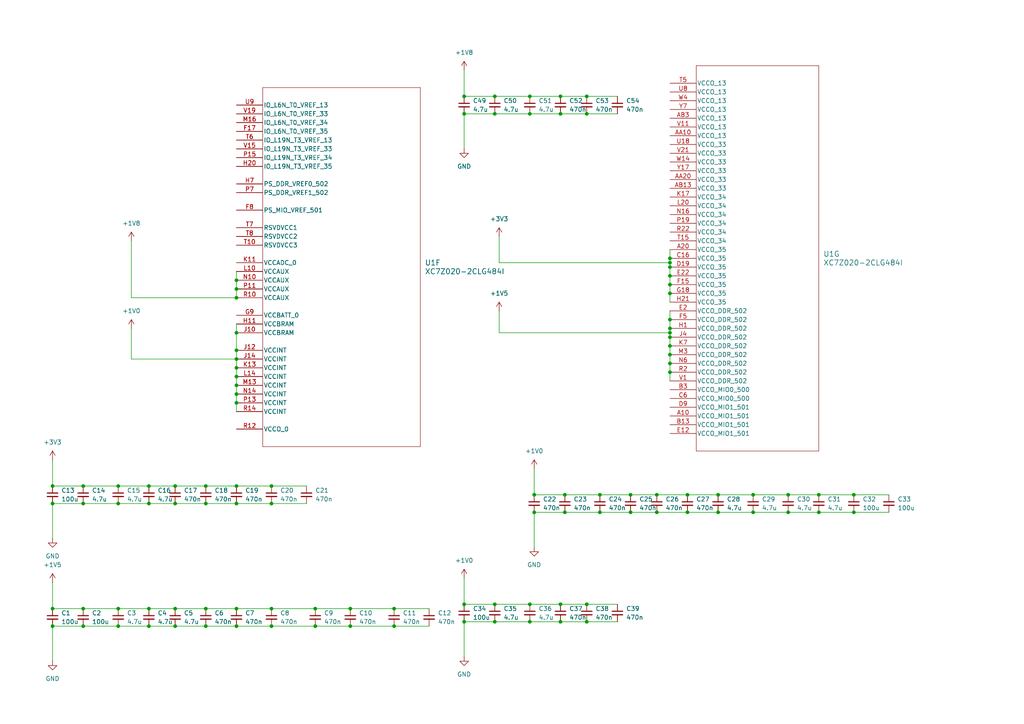
<source format=kicad_sch>
(kicad_sch (version 20231120) (generator "eeschema") (generator_version "8.0")
  (paper "A4")
  (junction (at 114.3 181.61))
  (junction (at 134.62 33.02))
  (junction (at 208.28 148.59))
  (junction (at 143.51 180.34))
  (junction (at 50.8 146.05))
  (junction (at 91.44 176.53))
  (junction (at 68.58 96.52))
  (junction (at 143.51 175.26))
  (junction (at 134.62 175.26))
  (junction (at 194.31 100.33))
  (junction (at 68.58 181.61))
  (junction (at 101.6 176.53))
  (junction (at 194.31 82.55))
  (junction (at 68.58 104.14))
  (junction (at 162.56 175.26))
  (junction (at 50.8 176.53))
  (junction (at 59.69 146.05))
  (junction (at 68.58 111.76))
  (junction (at 68.58 86.36))
  (junction (at 43.18 176.53))
  (junction (at 194.31 105.41))
  (junction (at 78.74 140.97))
  (junction (at 43.18 140.97))
  (junction (at 237.49 143.51))
  (junction (at 34.29 181.61))
  (junction (at 154.94 143.51))
  (junction (at 170.18 33.02))
  (junction (at 228.6 143.51))
  (junction (at 162.56 33.02))
  (junction (at 153.67 175.26))
  (junction (at 154.94 148.59))
  (junction (at 15.24 146.05))
  (junction (at 170.18 175.26))
  (junction (at 59.69 181.61))
  (junction (at 194.31 102.87))
  (junction (at 182.88 143.51))
  (junction (at 194.31 80.01))
  (junction (at 59.69 140.97))
  (junction (at 237.49 148.59))
  (junction (at 194.31 74.93))
  (junction (at 134.62 27.94))
  (junction (at 163.83 148.59))
  (junction (at 170.18 27.94))
  (junction (at 101.6 181.61))
  (junction (at 194.31 95.25))
  (junction (at 78.74 146.05))
  (junction (at 173.99 148.59))
  (junction (at 247.65 148.59))
  (junction (at 143.51 27.94))
  (junction (at 68.58 106.68))
  (junction (at 68.58 101.6))
  (junction (at 153.67 27.94))
  (junction (at 194.31 107.95))
  (junction (at 199.39 148.59))
  (junction (at 162.56 180.34))
  (junction (at 208.28 143.51))
  (junction (at 43.18 146.05))
  (junction (at 114.3 176.53))
  (junction (at 68.58 176.53))
  (junction (at 173.99 143.51))
  (junction (at 24.13 140.97))
  (junction (at 190.5 148.59))
  (junction (at 194.31 85.09))
  (junction (at 68.58 146.05))
  (junction (at 218.44 143.51))
  (junction (at 190.5 143.51))
  (junction (at 50.8 140.97))
  (junction (at 68.58 140.97))
  (junction (at 153.67 33.02))
  (junction (at 43.18 181.61))
  (junction (at 143.51 33.02))
  (junction (at 50.8 181.61))
  (junction (at 170.18 180.34))
  (junction (at 194.31 77.47))
  (junction (at 228.6 148.59))
  (junction (at 68.58 83.82))
  (junction (at 68.58 114.3))
  (junction (at 68.58 116.84))
  (junction (at 24.13 181.61))
  (junction (at 153.67 180.34))
  (junction (at 34.29 140.97))
  (junction (at 78.74 181.61))
  (junction (at 162.56 27.94))
  (junction (at 34.29 146.05))
  (junction (at 91.44 181.61))
  (junction (at 199.39 143.51))
  (junction (at 24.13 146.05))
  (junction (at 24.13 176.53))
  (junction (at 134.62 180.34))
  (junction (at 59.69 176.53))
  (junction (at 15.24 181.61))
  (junction (at 194.31 96.52))
  (junction (at 15.24 176.53))
  (junction (at 163.83 143.51))
  (junction (at 15.24 140.97))
  (junction (at 218.44 148.59))
  (junction (at 194.31 97.79))
  (junction (at 78.74 176.53))
  (junction (at 194.31 92.71))
  (junction (at 182.88 148.59))
  (junction (at 68.58 81.28))
  (junction (at 34.29 176.53))
  (junction (at 247.65 143.51))
  (junction (at 194.31 76.2))
  (junction (at 68.58 109.22))
  (wire (pts (xy 50.8 181.61) (xy 59.69 181.61)))
  (wire (pts (xy 134.62 180.34) (xy 143.51 180.34)))
  (wire (pts (xy 194.31 76.2) (xy 194.31 77.47)))
  (wire (pts (xy 15.24 133.35) (xy 15.24 140.97)))
  (wire (pts (xy 24.13 176.53) (xy 34.29 176.53)))
  (wire (pts (xy 153.67 175.26) (xy 162.56 175.26)))
  (wire (pts (xy 78.74 140.97) (xy 88.9 140.97)))
  (wire (pts (xy 134.62 33.02) (xy 143.51 33.02)))
  (wire (pts (xy 43.18 146.05) (xy 50.8 146.05)))
  (wire (pts (xy 153.67 180.34) (xy 162.56 180.34)))
  (wire (pts (xy 153.67 27.94) (xy 162.56 27.94)))
  (wire (pts (xy 50.8 176.53) (xy 59.69 176.53)))
  (wire (pts (xy 114.3 181.61) (xy 124.46 181.61)))
  (wire (pts (xy 144.78 76.2) (xy 194.31 76.2)))
  (wire (pts (xy 170.18 180.34) (xy 179.07 180.34)))
  (wire (pts (xy 163.83 143.51) (xy 173.99 143.51)))
  (wire (pts (xy 43.18 181.61) (xy 50.8 181.61)))
  (wire (pts (xy 199.39 143.51) (xy 208.28 143.51)))
  (wire (pts (xy 134.62 167.64) (xy 134.62 175.26)))
  (wire (pts (xy 68.58 106.68) (xy 68.58 109.22)))
  (wire (pts (xy 68.58 181.61) (xy 78.74 181.61)))
  (wire (pts (xy 228.6 148.59) (xy 237.49 148.59)))
  (wire (pts (xy 143.51 33.02) (xy 153.67 33.02)))
  (wire (pts (xy 154.94 135.89) (xy 154.94 143.51)))
  (wire (pts (xy 194.31 92.71) (xy 194.31 95.25)))
  (wire (pts (xy 15.24 176.53) (xy 24.13 176.53)))
  (wire (pts (xy 78.74 146.05) (xy 88.9 146.05)))
  (wire (pts (xy 68.58 83.82) (xy 68.58 81.28)))
  (wire (pts (xy 68.58 111.76) (xy 68.58 114.3)))
  (wire (pts (xy 34.29 146.05) (xy 43.18 146.05)))
  (wire (pts (xy 15.24 140.97) (xy 24.13 140.97)))
  (wire (pts (xy 163.83 148.59) (xy 173.99 148.59)))
  (wire (pts (xy 194.31 102.87) (xy 194.31 105.41)))
  (wire (pts (xy 68.58 93.98) (xy 68.58 96.52)))
  (wire (pts (xy 194.31 97.79) (xy 194.31 100.33)))
  (wire (pts (xy 170.18 27.94) (xy 179.07 27.94)))
  (wire (pts (xy 162.56 175.26) (xy 170.18 175.26)))
  (wire (pts (xy 144.78 90.17) (xy 144.78 96.52)))
  (wire (pts (xy 144.78 96.52) (xy 194.31 96.52)))
  (wire (pts (xy 228.6 143.51) (xy 237.49 143.51)))
  (wire (pts (xy 43.18 176.53) (xy 50.8 176.53)))
  (wire (pts (xy 154.94 148.59) (xy 163.83 148.59)))
  (wire (pts (xy 237.49 143.51) (xy 247.65 143.51)))
  (wire (pts (xy 247.65 143.51) (xy 257.81 143.51)))
  (wire (pts (xy 68.58 140.97) (xy 78.74 140.97)))
  (wire (pts (xy 78.74 176.53) (xy 91.44 176.53)))
  (wire (pts (xy 68.58 176.53) (xy 78.74 176.53)))
  (wire (pts (xy 34.29 181.61) (xy 43.18 181.61)))
  (wire (pts (xy 182.88 143.51) (xy 190.5 143.51)))
  (wire (pts (xy 154.94 148.59) (xy 154.94 158.75)))
  (wire (pts (xy 91.44 181.61) (xy 101.6 181.61)))
  (wire (pts (xy 194.31 77.47) (xy 194.31 80.01)))
  (wire (pts (xy 194.31 82.55) (xy 194.31 85.09)))
  (wire (pts (xy 68.58 81.28) (xy 68.58 78.74)))
  (wire (pts (xy 194.31 95.25) (xy 194.31 96.52)))
  (wire (pts (xy 143.51 175.26) (xy 153.67 175.26)))
  (wire (pts (xy 218.44 148.59) (xy 228.6 148.59)))
  (wire (pts (xy 134.62 20.32) (xy 134.62 27.94)))
  (wire (pts (xy 15.24 181.61) (xy 15.24 191.77)))
  (wire (pts (xy 24.13 146.05) (xy 34.29 146.05)))
  (wire (pts (xy 101.6 176.53) (xy 114.3 176.53)))
  (wire (pts (xy 162.56 27.94) (xy 170.18 27.94)))
  (wire (pts (xy 194.31 96.52) (xy 194.31 97.79)))
  (wire (pts (xy 247.65 148.59) (xy 257.81 148.59)))
  (wire (pts (xy 59.69 146.05) (xy 68.58 146.05)))
  (wire (pts (xy 134.62 175.26) (xy 143.51 175.26)))
  (wire (pts (xy 182.88 148.59) (xy 190.5 148.59)))
  (wire (pts (xy 144.78 68.58) (xy 144.78 76.2)))
  (wire (pts (xy 68.58 86.36) (xy 38.1 86.36)))
  (wire (pts (xy 101.6 181.61) (xy 114.3 181.61)))
  (wire (pts (xy 15.24 146.05) (xy 24.13 146.05)))
  (wire (pts (xy 134.62 27.94) (xy 143.51 27.94)))
  (wire (pts (xy 162.56 33.02) (xy 170.18 33.02)))
  (wire (pts (xy 173.99 148.59) (xy 182.88 148.59)))
  (wire (pts (xy 134.62 180.34) (xy 134.62 190.5)))
  (wire (pts (xy 194.31 107.95) (xy 194.31 110.49)))
  (wire (pts (xy 68.58 109.22) (xy 68.58 111.76)))
  (wire (pts (xy 78.74 181.61) (xy 91.44 181.61)))
  (wire (pts (xy 194.31 74.93) (xy 194.31 76.2)))
  (wire (pts (xy 15.24 146.05) (xy 15.24 156.21)))
  (wire (pts (xy 143.51 27.94) (xy 153.67 27.94)))
  (wire (pts (xy 199.39 148.59) (xy 208.28 148.59)))
  (wire (pts (xy 68.58 146.05) (xy 78.74 146.05)))
  (wire (pts (xy 194.31 72.39) (xy 194.31 74.93)))
  (wire (pts (xy 170.18 33.02) (xy 179.07 33.02)))
  (wire (pts (xy 50.8 140.97) (xy 59.69 140.97)))
  (wire (pts (xy 134.62 33.02) (xy 134.62 43.18)))
  (wire (pts (xy 162.56 180.34) (xy 170.18 180.34)))
  (wire (pts (xy 68.58 104.14) (xy 68.58 106.68)))
  (wire (pts (xy 50.8 146.05) (xy 59.69 146.05)))
  (wire (pts (xy 34.29 140.97) (xy 43.18 140.97)))
  (wire (pts (xy 38.1 104.14) (xy 68.58 104.14)))
  (wire (pts (xy 68.58 114.3) (xy 68.58 116.84)))
  (wire (pts (xy 194.31 105.41) (xy 194.31 107.95)))
  (wire (pts (xy 59.69 140.97) (xy 68.58 140.97)))
  (wire (pts (xy 194.31 90.17) (xy 194.31 92.71)))
  (wire (pts (xy 38.1 86.36) (xy 38.1 69.85)))
  (wire (pts (xy 194.31 80.01) (xy 194.31 82.55)))
  (wire (pts (xy 68.58 101.6) (xy 68.58 104.14)))
  (wire (pts (xy 208.28 148.59) (xy 218.44 148.59)))
  (wire (pts (xy 143.51 180.34) (xy 153.67 180.34)))
  (wire (pts (xy 69.85 83.82) (xy 68.58 83.82)))
  (wire (pts (xy 59.69 181.61) (xy 68.58 181.61)))
  (wire (pts (xy 170.18 175.26) (xy 179.07 175.26)))
  (wire (pts (xy 24.13 140.97) (xy 34.29 140.97)))
  (wire (pts (xy 208.28 143.51) (xy 218.44 143.51)))
  (wire (pts (xy 24.13 181.61) (xy 34.29 181.61)))
  (wire (pts (xy 68.58 116.84) (xy 68.58 119.38)))
  (wire (pts (xy 15.24 181.61) (xy 24.13 181.61)))
  (wire (pts (xy 237.49 148.59) (xy 247.65 148.59)))
  (wire (pts (xy 68.58 96.52) (xy 68.58 101.6)))
  (wire (pts (xy 43.18 140.97) (xy 50.8 140.97)))
  (wire (pts (xy 38.1 95.25) (xy 38.1 104.14)))
  (wire (pts (xy 91.44 176.53) (xy 101.6 176.53)))
  (wire (pts (xy 59.69 176.53) (xy 68.58 176.53)))
  (wire (pts (xy 173.99 143.51) (xy 182.88 143.51)))
  (wire (pts (xy 194.31 100.33) (xy 194.31 102.87)))
  (wire (pts (xy 15.24 168.91) (xy 15.24 176.53)))
  (wire (pts (xy 194.31 85.09) (xy 194.31 87.63)))
  (wire (pts (xy 154.94 143.51) (xy 163.83 143.51)))
  (wire (pts (xy 153.67 33.02) (xy 162.56 33.02)))
  (wire (pts (xy 114.3 176.53) (xy 124.46 176.53)))
  (wire (pts (xy 34.29 176.53) (xy 43.18 176.53)))
  (wire (pts (xy 218.44 143.51) (xy 228.6 143.51)))
  (wire (pts (xy 190.5 148.59) (xy 199.39 148.59)))
  (wire (pts (xy 190.5 143.51) (xy 199.39 143.51)))
  (wire (pts (xy 68.58 83.82) (xy 68.58 86.36)))
  (symbol (lib_id "Device:C_Small") (at 153.67 177.8 0) (unit 1)
    (property "Reference" "C36" (at 156.21 176.5362 0) (effects (justify left)))
    (property "Value" "4.7u" (at 156.21 179.0762 0) (effects (justify left)))
    (property "Description" "Unpolarized capacitor, small symbol" (effects (hide yes)))
  )
  (symbol (lib_id "Device:C_Small") (at 43.18 143.51 0) (unit 1)
    (property "Reference" "C16" (at 45.72 142.2462 0) (effects (justify left)))
    (property "Value" "4.7u" (at 45.72 144.7862 0) (effects (justify left)))
    (property "Description" "Unpolarized capacitor, small symbol" (effects (hide yes)))
  )
  (symbol (lib_id "Device:C_Small") (at 78.74 143.51 0) (unit 1)
    (property "Reference" "C20" (at 81.28 142.2462 0) (effects (justify left)))
    (property "Value" "470n" (at 81.28 144.7862 0) (effects (justify left)))
    (property "Description" "Unpolarized capacitor, small symbol" (effects (hide yes)))
  )
  (symbol (lib_id "Device:C_Small") (at 34.29 179.07 0) (unit 1)
    (property "Reference" "C3" (at 36.83 177.8062 0) (effects (justify left)))
    (property "Value" "4.7u" (at 36.83 180.3462 0) (effects (justify left)))
    (property "Description" "Unpolarized capacitor, small symbol" (effects (hide yes)))
  )
  (symbol (lib_id "power:GND") (at 154.94 158.75 0) (unit 1)
    (property "Reference" "#PWR010" (effects (hide yes)))
    (property "Value" "GND" (at 154.94 163.83 0))
    (property "Description" "Power symbol creates a global label with name \"GND\" , ground" (effects (hide yes)))
  )
  (symbol (lib_id "Device:C_Small") (at 218.44 146.05 0) (unit 1)
    (property "Reference" "C29" (at 220.98 144.7862 0) (effects (justify left)))
    (property "Value" "4.7u" (at 220.98 147.3262 0) (effects (justify left)))
    (property "Description" "Unpolarized capacitor, small symbol" (effects (hide yes)))
  )
  (symbol (lib_id "zynq7_1:XC7Z020-2CLG484I") (at 194.31 24.13 0) (unit 7)
    (property "Reference" "U1" (at 238.76 73.6599 0) (effects (font (size 1.524 1.524)) (justify left)))
    (property "Value" "XC7Z020-2CLG484I" (at 238.76 76.1999 0) (effects (font (size 1.524 1.524)) (justify left)))
    (property "Footprint" "CLG484_XIL" (effects (hide yes)))
    (property "Datasheet" "XC7Z020-2CLG484I" (effects (hide yes)))
  )
  (symbol (lib_id "power:+1V5") (at 38.1 69.85 0) (unit 1)
    (property "Reference" "#PWR019" (effects (hide yes)))
    (property "Value" "+1V8" (at 38.1 64.77 0))
    (property "Description" "Power symbol creates a global label with name \"+1V5\"" (effects (hide yes)))
  )
  (symbol (lib_id "Device:C_Small") (at 170.18 30.48 0) (unit 1)
    (property "Reference" "C53" (at 172.72 29.2162 0) (effects (justify left)))
    (property "Value" "470n" (at 172.72 31.7562 0) (effects (justify left)))
    (property "Description" "Unpolarized capacitor, small symbol" (effects (hide yes)))
  )
  (symbol (lib_id "Device:C_Small") (at 143.51 30.48 0) (unit 1)
    (property "Reference" "C50" (at 146.05 29.2162 0) (effects (justify left)))
    (property "Value" "4.7u" (at 146.05 31.7562 0) (effects (justify left)))
    (property "Description" "Unpolarized capacitor, small symbol" (effects (hide yes)))
  )
  (symbol (lib_id "Device:C_Small") (at 173.99 146.05 0) (unit 1)
    (property "Reference" "C24" (at 176.53 144.7862 0) (effects (justify left)))
    (property "Value" "470n" (at 176.53 147.3262 0) (effects (justify left)))
    (property "Description" "Unpolarized capacitor, small symbol" (effects (hide yes)))
  )
  (symbol (lib_id "Device:C_Small") (at 228.6 146.05 0) (unit 1)
    (property "Reference" "C30" (at 231.14 144.7862 0) (effects (justify left)))
    (property "Value" "4.7u" (at 231.14 147.3262 0) (effects (justify left)))
    (property "Description" "Unpolarized capacitor, small symbol" (effects (hide yes)))
  )
  (symbol (lib_id "Device:C_Small") (at 78.74 179.07 0) (unit 1)
    (property "Reference" "C8" (at 81.28 177.8062 0) (effects (justify left)))
    (property "Value" "470n" (at 81.28 180.3462 0) (effects (justify left)))
    (property "Description" "Unpolarized capacitor, small symbol" (effects (hide yes)))
  )
  (symbol (lib_id "Device:C_Small") (at 24.13 179.07 0) (unit 1)
    (property "Reference" "C2" (at 26.67 177.8062 0) (effects (justify left)))
    (property "Value" "100u" (at 26.67 180.3462 0) (effects (justify left)))
    (property "Description" "Unpolarized capacitor, small symbol" (effects (hide yes)))
  )
  (symbol (lib_id "power:+1V5") (at 38.1 95.25 0) (unit 1)
    (property "Reference" "#PWR011" (effects (hide yes)))
    (property "Value" "+1V0" (at 38.1 90.17 0))
    (property "Description" "Power symbol creates a global label with name \"+1V5\"" (effects (hide yes)))
  )
  (symbol (lib_id "Device:C_Small") (at 24.13 143.51 0) (unit 1)
    (property "Reference" "C14" (at 26.67 142.2462 0) (effects (justify left)))
    (property "Value" "4.7u" (at 26.67 144.7862 0) (effects (justify left)))
    (property "Description" "Unpolarized capacitor, small symbol" (effects (hide yes)))
  )
  (symbol (lib_id "Device:C_Small") (at 68.58 143.51 0) (unit 1)
    (property "Reference" "C19" (at 71.12 142.2462 0) (effects (justify left)))
    (property "Value" "470n" (at 71.12 144.7862 0) (effects (justify left)))
    (property "Description" "Unpolarized capacitor, small symbol" (effects (hide yes)))
  )
  (symbol (lib_id "Device:C_Small") (at 34.29 143.51 0) (unit 1)
    (property "Reference" "C15" (at 36.83 142.2462 0) (effects (justify left)))
    (property "Value" "4.7u" (at 36.83 144.7862 0) (effects (justify left)))
    (property "Description" "Unpolarized capacitor, small symbol" (effects (hide yes)))
  )
  (symbol (lib_id "Device:C_Small") (at 124.46 179.07 0) (unit 1)
    (property "Reference" "C12" (at 127 177.8062 0) (effects (justify left)))
    (property "Value" "470n" (at 127 180.3462 0) (effects (justify left)))
    (property "Description" "Unpolarized capacitor, small symbol" (effects (hide yes)))
  )
  (symbol (lib_id "Device:C_Small") (at 15.24 143.51 0) (unit 1)
    (property "Reference" "C13" (at 17.78 142.2462 0) (effects (justify left)))
    (property "Value" "100u" (at 17.78 144.7862 0) (effects (justify left)))
    (property "Description" "Unpolarized capacitor, small symbol" (effects (hide yes)))
  )
  (symbol (lib_id "Device:C_Small") (at 15.24 179.07 0) (unit 1)
    (property "Reference" "C1" (at 17.78 177.8062 0) (effects (justify left)))
    (property "Value" "100u" (at 17.78 180.3462 0) (effects (justify left)))
    (property "Description" "Unpolarized capacitor, small symbol" (effects (hide yes)))
  )
  (symbol (lib_id "power:GND") (at 134.62 190.5 0) (unit 1)
    (property "Reference" "#PWR013" (effects (hide yes)))
    (property "Value" "GND" (at 134.62 195.58 0))
    (property "Description" "Power symbol creates a global label with name \"GND\" , ground" (effects (hide yes)))
  )
  (symbol (lib_id "power:+1V5") (at 144.78 90.17 0) (unit 1)
    (property "Reference" "#PWR05" (effects (hide yes)))
    (property "Value" "+1V5" (at 144.78 85.09 0))
    (property "Description" "Power symbol creates a global label with name \"+1V5\"" (effects (hide yes)))
  )
  (symbol (lib_id "Device:C_Small") (at 59.69 179.07 0) (unit 1)
    (property "Reference" "C6" (at 62.23 177.8062 0) (effects (justify left)))
    (property "Value" "470n" (at 62.23 180.3462 0) (effects (justify left)))
    (property "Description" "Unpolarized capacitor, small symbol" (effects (hide yes)))
  )
  (symbol (lib_id "Device:C_Small") (at 257.81 146.05 0) (unit 1)
    (property "Reference" "C33" (at 260.35 144.7862 0) (effects (justify left)))
    (property "Value" "100u" (at 260.35 147.3262 0) (effects (justify left)))
    (property "Description" "Unpolarized capacitor, small symbol" (effects (hide yes)))
  )
  (symbol (lib_id "Device:C_Small") (at 190.5 146.05 0) (unit 1)
    (property "Reference" "C26" (at 193.04 144.7862 0) (effects (justify left)))
    (property "Value" "470n" (at 193.04 147.3262 0) (effects (justify left)))
    (property "Description" "Unpolarized capacitor, small symbol" (effects (hide yes)))
  )
  (symbol (lib_id "Device:C_Small") (at 237.49 146.05 0) (unit 1)
    (property "Reference" "C31" (at 240.03 144.7862 0) (effects (justify left)))
    (property "Value" "4.7u" (at 240.03 147.3262 0) (effects (justify left)))
    (property "Description" "Unpolarized capacitor, small symbol" (effects (hide yes)))
  )
  (symbol (lib_id "Device:C_Small") (at 101.6 179.07 0) (unit 1)
    (property "Reference" "C10" (at 104.14 177.8062 0) (effects (justify left)))
    (property "Value" "470n" (at 104.14 180.3462 0) (effects (justify left)))
    (property "Description" "Unpolarized capacitor, small symbol" (effects (hide yes)))
  )
  (symbol (lib_id "power:+1V5") (at 15.24 168.91 0) (unit 1)
    (property "Reference" "#PWR04" (effects (hide yes)))
    (property "Value" "+1V5" (at 15.24 163.83 0))
    (property "Description" "Power symbol creates a global label with name \"+1V5\"" (effects (hide yes)))
  )
  (symbol (lib_id "Device:C_Small") (at 50.8 143.51 0) (unit 1)
    (property "Reference" "C17" (at 53.34 142.2462 0) (effects (justify left)))
    (property "Value" "470n" (at 53.34 144.7862 0) (effects (justify left)))
    (property "Description" "Unpolarized capacitor, small symbol" (effects (hide yes)))
  )
  (symbol (lib_id "Device:C_Small") (at 134.62 177.8 0) (unit 1)
    (property "Reference" "C34" (at 137.16 176.5362 0) (effects (justify left)))
    (property "Value" "100u" (at 137.16 179.0762 0) (effects (justify left)))
    (property "Description" "Unpolarized capacitor, small symbol" (effects (hide yes)))
  )
  (symbol (lib_id "Device:C_Small") (at 163.83 146.05 0) (unit 1)
    (property "Reference" "C23" (at 166.37 144.7862 0) (effects (justify left)))
    (property "Value" "470n" (at 166.37 147.3262 0) (effects (justify left)))
    (property "Description" "Unpolarized capacitor, small symbol" (effects (hide yes)))
  )
  (symbol (lib_id "power:GND") (at 15.24 156.21 0) (unit 1)
    (property "Reference" "#PWR07" (effects (hide yes)))
    (property "Value" "GND" (at 15.24 161.29 0))
    (property "Description" "Power symbol creates a global label with name \"GND\" , ground" (effects (hide yes)))
  )
  (symbol (lib_id "zynq7_1:XC7Z020-2CLG484I") (at 68.58 30.48 0) (unit 6)
    (property "Reference" "U1" (at 123.19 76.1999 0) (effects (font (size 1.524 1.524)) (justify left)))
    (property "Value" "XC7Z020-2CLG484I" (at 123.19 78.7399 0) (effects (font (size 1.524 1.524)) (justify left)))
    (property "Footprint" "CLG484_XIL" (effects (hide yes)))
    (property "Datasheet" "XC7Z020-2CLG484I" (effects (hide yes)))
  )
  (symbol (lib_id "Device:C_Small") (at 143.51 177.8 0) (unit 1)
    (property "Reference" "C35" (at 146.05 176.5362 0) (effects (justify left)))
    (property "Value" "4.7u" (at 146.05 179.0762 0) (effects (justify left)))
    (property "Description" "Unpolarized capacitor, small symbol" (effects (hide yes)))
  )
  (symbol (lib_id "Device:C_Small") (at 170.18 177.8 0) (unit 1)
    (property "Reference" "C38" (at 172.72 176.5362 0) (effects (justify left)))
    (property "Value" "470n" (at 172.72 179.0762 0) (effects (justify left)))
    (property "Description" "Unpolarized capacitor, small symbol" (effects (hide yes)))
  )
  (symbol (lib_id "power:+1V5") (at 154.94 135.89 0) (unit 1)
    (property "Reference" "#PWR09" (effects (hide yes)))
    (property "Value" "+1V0" (at 154.94 130.81 0))
    (property "Description" "Power symbol creates a global label with name \"+1V5\"" (effects (hide yes)))
  )
  (symbol (lib_id "power:+1V5") (at 144.78 68.58 0) (unit 1)
    (property "Reference" "#PWR08" (effects (hide yes)))
    (property "Value" "+3V3" (at 144.78 63.5 0))
    (property "Description" "Power symbol creates a global label with name \"+1V5\"" (effects (hide yes)))
  )
  (symbol (lib_id "power:+1V5") (at 134.62 167.64 0) (unit 1)
    (property "Reference" "#PWR012" (effects (hide yes)))
    (property "Value" "+1V0" (at 134.62 162.56 0))
    (property "Description" "Power symbol creates a global label with name \"+1V5\"" (effects (hide yes)))
  )
  (symbol (lib_id "Device:C_Small") (at 153.67 30.48 0) (unit 1)
    (property "Reference" "C51" (at 156.21 29.2162 0) (effects (justify left)))
    (property "Value" "4.7u" (at 156.21 31.7562 0) (effects (justify left)))
    (property "Description" "Unpolarized capacitor, small symbol" (effects (hide yes)))
  )
  (symbol (lib_id "Device:C_Small") (at 179.07 177.8 0) (unit 1)
    (property "Reference" "C39" (at 181.61 176.5362 0) (effects (justify left)))
    (property "Value" "470n" (at 181.61 179.0762 0) (effects (justify left)))
    (property "Description" "Unpolarized capacitor, small symbol" (effects (hide yes)))
  )
  (symbol (lib_id "Device:C_Small") (at 88.9 143.51 0) (unit 1)
    (property "Reference" "C21" (at 91.44 142.2462 0) (effects (justify left)))
    (property "Value" "470n" (at 91.44 144.7862 0) (effects (justify left)))
    (property "Description" "Unpolarized capacitor, small symbol" (effects (hide yes)))
  )
  (symbol (lib_id "Device:C_Small") (at 182.88 146.05 0) (unit 1)
    (property "Reference" "C25" (at 185.42 144.7862 0) (effects (justify left)))
    (property "Value" "470n" (at 185.42 147.3262 0) (effects (justify left)))
    (property "Description" "Unpolarized capacitor, small symbol" (effects (hide yes)))
  )
  (symbol (lib_id "Device:C_Small") (at 162.56 177.8 0) (unit 1)
    (property "Reference" "C37" (at 165.1 176.5362 0) (effects (justify left)))
    (property "Value" "470n" (at 165.1 179.0762 0) (effects (justify left)))
    (property "Description" "Unpolarized capacitor, small symbol" (effects (hide yes)))
  )
  (symbol (lib_id "power:GND") (at 134.62 43.18 0) (unit 1)
    (property "Reference" "#PWR018" (effects (hide yes)))
    (property "Value" "GND" (at 134.62 48.26 0))
    (property "Description" "Power symbol creates a global label with name \"GND\" , ground" (effects (hide yes)))
  )
  (symbol (lib_id "Device:C_Small") (at 50.8 179.07 0) (unit 1)
    (property "Reference" "C5" (at 53.34 177.8062 0) (effects (justify left)))
    (property "Value" "4.7u" (at 53.34 180.3462 0) (effects (justify left)))
    (property "Description" "Unpolarized capacitor, small symbol" (effects (hide yes)))
  )
  (symbol (lib_id "Device:C_Small") (at 162.56 30.48 0) (unit 1)
    (property "Reference" "C52" (at 165.1 29.2162 0) (effects (justify left)))
    (property "Value" "470n" (at 165.1 31.7562 0) (effects (justify left)))
    (property "Description" "Unpolarized capacitor, small symbol" (effects (hide yes)))
  )
  (symbol (lib_id "power:+1V5") (at 134.62 20.32 0) (unit 1)
    (property "Reference" "#PWR016" (effects (hide yes)))
    (property "Value" "+1V8" (at 134.62 15.24 0))
    (property "Description" "Power symbol creates a global label with name \"+1V5\"" (effects (hide yes)))
  )
  (symbol (lib_id "Device:C_Small") (at 114.3 179.07 0) (unit 1)
    (property "Reference" "C11" (at 116.84 177.8062 0) (effects (justify left)))
    (property "Value" "470n" (at 116.84 180.3462 0) (effects (justify left)))
    (property "Description" "Unpolarized capacitor, small symbol" (effects (hide yes)))
  )
  (symbol (lib_id "Device:C_Small") (at 179.07 30.48 0) (unit 1)
    (property "Reference" "C54" (at 181.61 29.2162 0) (effects (justify left)))
    (property "Value" "470n" (at 181.61 31.7562 0) (effects (justify left)))
    (property "Description" "Unpolarized capacitor, small symbol" (effects (hide yes)))
  )
  (symbol (lib_id "power:GND") (at 15.24 191.77 0) (unit 1)
    (property "Reference" "#PWR03" (effects (hide yes)))
    (property "Value" "GND" (at 15.24 196.85 0))
    (property "Description" "Power symbol creates a global label with name \"GND\" , ground" (effects (hide yes)))
  )
  (symbol (lib_id "Device:C_Small") (at 247.65 146.05 0) (unit 1)
    (property "Reference" "C32" (at 250.19 144.7862 0) (effects (justify left)))
    (property "Value" "100u" (at 250.19 147.3262 0) (effects (justify left)))
    (property "Description" "Unpolarized capacitor, small symbol" (effects (hide yes)))
  )
  (symbol (lib_id "Device:C_Small") (at 59.69 143.51 0) (unit 1)
    (property "Reference" "C18" (at 62.23 142.2462 0) (effects (justify left)))
    (property "Value" "470n" (at 62.23 144.7862 0) (effects (justify left)))
    (property "Description" "Unpolarized capacitor, small symbol" (effects (hide yes)))
  )
  (symbol (lib_id "Device:C_Small") (at 199.39 146.05 0) (unit 1)
    (property "Reference" "C27" (at 201.93 144.7862 0) (effects (justify left)))
    (property "Value" "470n" (at 201.93 147.3262 0) (effects (justify left)))
    (property "Description" "Unpolarized capacitor, small symbol" (effects (hide yes)))
  )
  (symbol (lib_id "Device:C_Small") (at 134.62 30.48 0) (unit 1)
    (property "Reference" "C49" (at 137.16 29.2162 0) (effects (justify left)))
    (property "Value" "4.7u" (at 137.16 31.7562 0) (effects (justify left)))
    (property "Description" "Unpolarized capacitor, small symbol" (effects (hide yes)))
  )
  (symbol (lib_id "Device:C_Small") (at 68.58 179.07 0) (unit 1)
    (property "Reference" "C7" (at 71.12 177.8062 0) (effects (justify left)))
    (property "Value" "470n" (at 71.12 180.3462 0) (effects (justify left)))
    (property "Description" "Unpolarized capacitor, small symbol" (effects (hide yes)))
  )
  (symbol (lib_id "Device:C_Small") (at 154.94 146.05 0) (unit 1)
    (property "Reference" "C22" (at 157.48 144.7862 0) (effects (justify left)))
    (property "Value" "470n" (at 157.48 147.3262 0) (effects (justify left)))
    (property "Description" "Unpolarized capacitor, small symbol" (effects (hide yes)))
  )
  (symbol (lib_id "Device:C_Small") (at 208.28 146.05 0) (unit 1)
    (property "Reference" "C28" (at 210.82 144.7862 0) (effects (justify left)))
    (property "Value" "4.7u" (at 210.82 147.3262 0) (effects (justify left)))
    (property "Description" "Unpolarized capacitor, small symbol" (effects (hide yes)))
  )
  (symbol (lib_id "Device:C_Small") (at 43.18 179.07 0) (unit 1)
    (property "Reference" "C4" (at 45.72 177.8062 0) (effects (justify left)))
    (property "Value" "4.7u" (at 45.72 180.3462 0) (effects (justify left)))
    (property "Description" "Unpolarized capacitor, small symbol" (effects (hide yes)))
  )
  (symbol (lib_id "power:+1V5") (at 15.24 133.35 0) (unit 1)
    (property "Reference" "#PWR06" (effects (hide yes)))
    (property "Value" "+3V3" (at 15.24 128.27 0))
    (property "Description" "Power symbol creates a global label with name \"+1V5\"" (effects (hide yes)))
  )
  (symbol (lib_id "Device:C_Small") (at 91.44 179.07 0) (unit 1)
    (property "Reference" "C9" (at 93.98 177.8062 0) (effects (justify left)))
    (property "Value" "470n" (at 93.98 180.3462 0) (effects (justify left)))
    (property "Description" "Unpolarized capacitor, small symbol" (effects (hide yes)))
  )
)
</source>
